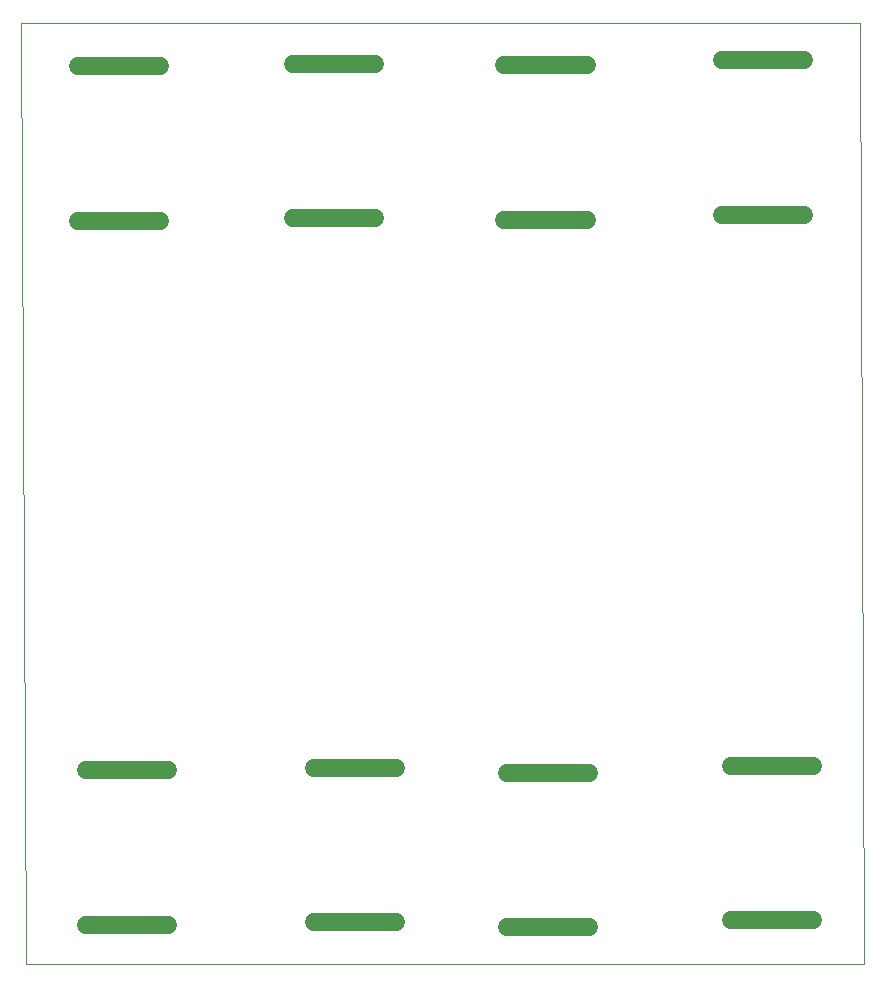
<source format=gm1>
G75*
G70*
%OFA0B0*%
%FSLAX24Y24*%
%IPPOS*%
%LPD*%
%AMOC8*
5,1,8,0,0,1.08239X$1,22.5*
%
%ADD10C,0.0000*%
%ADD11C,0.0600*%
D10*
X000654Y001345D02*
X000497Y032723D01*
X028450Y032723D01*
X028607Y001345D01*
X000654Y001345D01*
D11*
X002670Y002668D02*
X005410Y002668D01*
X005410Y007818D02*
X002670Y007818D01*
X010269Y007897D02*
X013009Y007897D01*
X016686Y007739D02*
X019426Y007739D01*
X019426Y002589D02*
X016686Y002589D01*
X013009Y002747D02*
X010269Y002747D01*
X024166Y002826D02*
X026906Y002826D01*
X026906Y007976D02*
X024166Y007976D01*
X019347Y026172D02*
X016607Y026172D01*
X012300Y026211D02*
X009560Y026211D01*
X005135Y026133D02*
X002395Y026133D01*
X002395Y031283D02*
X005135Y031283D01*
X009560Y031361D02*
X012300Y031361D01*
X016607Y031322D02*
X019347Y031322D01*
X023851Y031480D02*
X026591Y031480D01*
X026591Y026330D02*
X023851Y026330D01*
M02*

</source>
